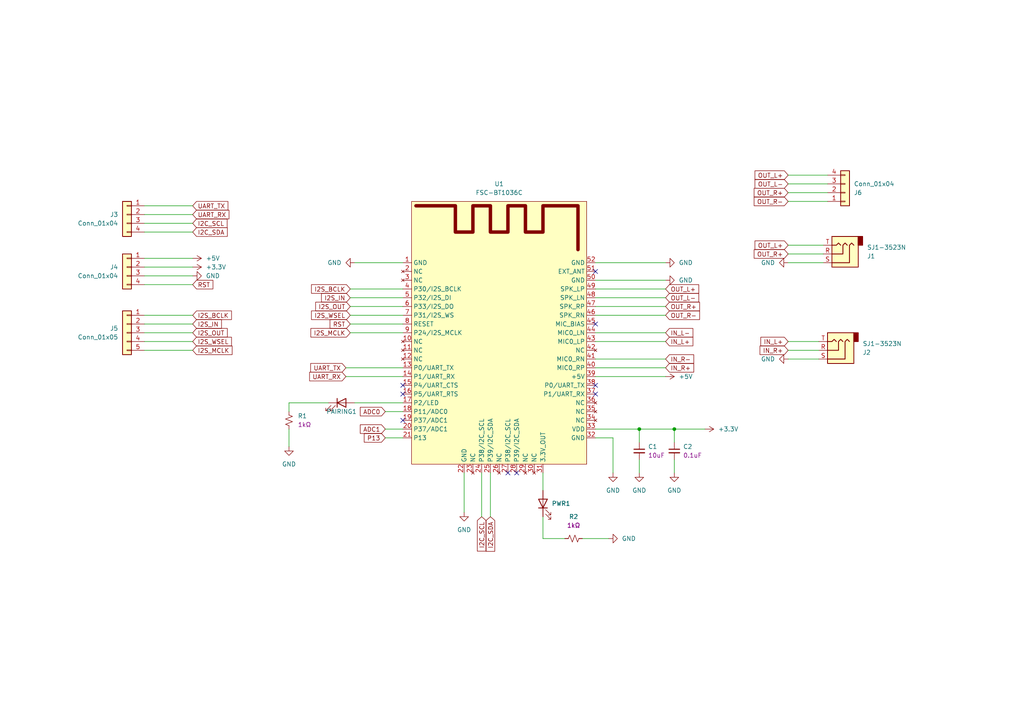
<source format=kicad_sch>
(kicad_sch (version 20230121) (generator eeschema)
  (paper "A4")
  (lib_symbols
    (symbol "Connector_Audio:AudioJack3"
      (property "Reference" "J" (at 0 8.89 0))
      (property "Value" "AudioJack3" (at 0 6.35 0))
      (symbol "AudioJack3_0_1"
        (rectangle (start -5.08 -5.08) (end -6.35 -2.54) (stroke (width 0.254)) (fill (type outline)))
        (polyline (pts (xy 0 -2.54) (xy 0.635 -3.175) (xy 1.27 -2.54) (xy 2.54 -2.54)) (stroke (width 0.254)))
        (polyline (pts (xy -1.905 -2.54) (xy -1.27 -3.175) (xy -0.635 -2.54) (xy -0.635 0) (xy 2.54 0)) (stroke (width 0.254)))
        (polyline (pts (xy 2.54 2.54) (xy -2.54 2.54) (xy -2.54 -2.54) (xy -3.175 -3.175) (xy -3.81 -2.54)) (stroke (width 0.254)))
        (rectangle (start 2.54 3.81) (end -5.08 -5.08) (stroke (width 0.254)) (fill (type background)))
      )
      (symbol "AudioJack3_1_1"
        (pin passive line (at 5.08 0 180) (length 2.54) (name "~") (number "R"))
        (pin passive line (at 5.08 2.54 180) (length 2.54) (name "~") (number "S"))
        (pin passive line (at 5.08 -2.54 180) (length 2.54) (name "~") (number "T"))
      )
    )
    (symbol "Connector_Generic:Conn_01x04" (pin_names (offset 1.016) hide)
      (property "Reference" "J" (at 0 5.08 0))
      (property "Value" "Conn_01x04" (at 0 -7.62 0))
      (symbol "Conn_01x04_1_1"
        (rectangle (start -1.27 -4.953) (end 0 -5.207) (stroke (width 0.1524)))
        (rectangle (start -1.27 -2.413) (end 0 -2.667) (stroke (width 0.1524)))
        (rectangle (start -1.27 0.127) (end 0 -0.127) (stroke (width 0.1524)))
        (rectangle (start -1.27 2.667) (end 0 2.413) (stroke (width 0.1524)))
        (rectangle (start -1.27 3.81) (end 1.27 -6.35) (stroke (width 0.254)) (fill (type background)))
        (pin passive line (at -5.08 2.54 0) (length 3.81) (name "Pin_1") (number "1"))
        (pin passive line (at -5.08 0 0) (length 3.81) (name "Pin_2") (number "2"))
        (pin passive line (at -5.08 -2.54 0) (length 3.81) (name "Pin_3") (number "3"))
        (pin passive line (at -5.08 -5.08 0) (length 3.81) (name "Pin_4") (number "4"))
      )
    )
    (symbol "Connector_Generic:Conn_01x05" (pin_names (offset 1.016) hide)
      (property "Reference" "J" (at 0 7.62 0))
      (property "Value" "Conn_01x05" (at 0 -7.62 0))
      (symbol "Conn_01x05_1_1"
        (rectangle (start -1.27 -4.953) (end 0 -5.207) (stroke (width 0.1524)))
        (rectangle (start -1.27 -2.413) (end 0 -2.667) (stroke (width 0.1524)))
        (rectangle (start -1.27 0.127) (end 0 -0.127) (stroke (width 0.1524)))
        (rectangle (start -1.27 2.667) (end 0 2.413) (stroke (width 0.1524)))
        (rectangle (start -1.27 5.207) (end 0 4.953) (stroke (width 0.1524)))
        (rectangle (start -1.27 6.35) (end 1.27 -6.35) (stroke (width 0.254)) (fill (type background)))
        (pin passive line (at -5.08 5.08 0) (length 3.81) (name "Pin_1") (number "1"))
        (pin passive line (at -5.08 2.54 0) (length 3.81) (name "Pin_2") (number "2"))
        (pin passive line (at -5.08 0 0) (length 3.81) (name "Pin_3") (number "3"))
        (pin passive line (at -5.08 -2.54 0) (length 3.81) (name "Pin_4") (number "4"))
        (pin passive line (at -5.08 -5.08 0) (length 3.81) (name "Pin_5") (number "5"))
      )
    )
    (symbol "downloaded_parts:CL21A106KOQNNNE" (pin_numbers hide) (pin_names (offset 0.254) hide)
      (property "Reference" "C" (at 2.794 1.778 0))
      (property "Capacitance" "10uF" (at 5.08 0 0))
      (symbol "CL21A106KOQNNNE_0_1"
        (polyline (pts (xy -1.524 -0.508) (xy 1.524 -0.508)) (stroke (width 0.3302)))
        (polyline (pts (xy -1.524 0.508) (xy 1.524 0.508)) (stroke (width 0.3048)))
      )
      (symbol "CL21A106KOQNNNE_1_1"
        (pin passive line (at 0 2.54 270) (length 2.032) (name "~") (number "1"))
        (pin passive line (at 0 -2.54 90) (length 2.032) (name "~") (number "2"))
      )
    )
    (symbol "downloaded_parts:CL21B104KBCNNNC" (pin_numbers hide) (pin_names (offset 0.254) hide)
      (property "Reference" "C" (at 2.794 1.778 0))
      (property "Capacitance" "0.1uF" (at 5.08 0 0))
      (symbol "CL21B104KBCNNNC_0_1"
        (polyline (pts (xy -1.524 -0.508) (xy 1.524 -0.508)) (stroke (width 0.3302)))
        (polyline (pts (xy -1.524 0.508) (xy 1.524 0.508)) (stroke (width 0.3048)))
      )
      (symbol "CL21B104KBCNNNC_1_1"
        (pin passive line (at 0 2.54 270) (length 2.032) (name "~") (number "1"))
        (pin passive line (at 0 -2.54 90) (length 2.032) (name "~") (number "2"))
      )
    )
    (symbol "downloaded_parts:FSC-BT1036C"
      (property "Reference" "U" (at -27.94 41.91 0))
      (property "Value" "FSC-BT1036C" (at -12.7 13.97 0))
      (symbol "FSC-BT1036C_1_1"
        (rectangle (start -24.13 41.91) (end 26.67 -34.29) (fill (type background)))
        (polyline (pts (xy -22.86 40.64) (xy -16.51 40.64) (xy -11.43 40.64) (xy -11.43 33.02) (xy -6.35 33.02) (xy -6.35 40.64) (xy -1.27 40.64) (xy -1.27 33.02) (xy 3.81 33.02) (xy 3.81 40.64) (xy 8.89 40.64) (xy 8.89 33.02) (xy 13.97 33.02) (xy 13.97 40.64) (xy 24.13 40.64) (xy 24.13 27.94)) (stroke (width 1)))
        (pin power_in line (at -26.67 24.13 0) (length 2.54) (name "GND") (number "1"))
        (pin no_connect line (at -26.67 1.27 0) (length 2.54) (name "NC") (number "10"))
        (pin no_connect line (at -26.67 -1.27 0) (length 2.54) (name "NC") (number "11"))
        (pin no_connect line (at -26.67 -3.81 0) (length 2.54) (name "NC") (number "12"))
        (pin output line (at -26.67 -6.35 0) (length 2.54) (name "P0/UART_TX") (number "13"))
        (pin input line (at -26.67 -8.89 0) (length 2.54) (name "P1/UART_RX") (number "14"))
        (pin input line (at -26.67 -11.43 0) (length 2.54) (name "P4/UART_CTS") (number "15"))
        (pin input line (at -26.67 -13.97 0) (length 2.54) (name "P5/UART_RTS") (number "16"))
        (pin output line (at -26.67 -16.51 0) (length 2.54) (name "P2/LED") (number "17"))
        (pin input line (at -26.67 -19.05 0) (length 2.54) (name "P11/ADC0") (number "18"))
        (pin input line (at -26.67 -21.59 0) (length 2.54) (name "P37/ADC1") (number "19"))
        (pin no_connect line (at -26.67 21.59 0) (length 2.54) (name "NC") (number "2"))
        (pin input line (at -26.67 -24.13 0) (length 2.54) (name "P37/ADC1") (number "20"))
        (pin input line (at -26.67 -26.67 0) (length 2.54) (name "P13") (number "21"))
        (pin power_in line (at -8.89 -36.83 90) (length 2.54) (name "GND") (number "22"))
        (pin no_connect line (at -6.35 -36.83 90) (length 2.54) (name "NC") (number "23"))
        (pin bidirectional line (at -3.81 -36.83 90) (length 2.54) (name "P38/I2C_SCL") (number "24"))
        (pin bidirectional line (at -1.27 -36.83 90) (length 2.54) (name "P39/I2C_SDA") (number "25"))
        (pin no_connect line (at 1.27 -36.83 90) (length 2.54) (name "NC") (number "26"))
        (pin bidirectional line (at 3.81 -36.83 90) (length 2.54) (name "P38/I2C_SCL") (number "27"))
        (pin bidirectional line (at 6.35 -36.83 90) (length 2.54) (name "P39/I2C_SDA") (number "28"))
        (pin no_connect line (at 8.89 -36.83 90) (length 2.54) (name "NC") (number "29"))
        (pin no_connect line (at -26.67 19.05 0) (length 2.54) (name "NC") (number "3"))
        (pin no_connect line (at 11.43 -36.83 90) (length 2.54) (name "NC") (number "30"))
        (pin power_out line (at 13.97 -36.83 90) (length 2.54) (name "3.3V_OUT") (number "31"))
        (pin power_in line (at 29.21 -26.67 180) (length 2.54) (name "GND") (number "32"))
        (pin power_in line (at 29.21 -24.13 180) (length 2.54) (name "VDD") (number "33"))
        (pin no_connect line (at 29.21 -21.59 180) (length 2.54) (name "NC") (number "34"))
        (pin no_connect line (at 29.21 -19.05 180) (length 2.54) (name "NC") (number "35"))
        (pin no_connect line (at 29.21 -16.51 180) (length 2.54) (name "NC") (number "36"))
        (pin input line (at 29.21 -13.97 180) (length 2.54) (name "P1/UART_RX") (number "37"))
        (pin output line (at 29.21 -11.43 180) (length 2.54) (name "P0/UART_TX") (number "38"))
        (pin power_in line (at 29.21 -8.89 180) (length 2.54) (name "+5V") (number "39"))
        (pin bidirectional line (at -26.67 16.51 0) (length 2.54) (name "P30/I2S_BCLK") (number "4"))
        (pin input line (at 29.21 -6.35 180) (length 2.54) (name "MIC0_RP") (number "40"))
        (pin input line (at 29.21 -3.81 180) (length 2.54) (name "MIC0_RN") (number "41"))
        (pin no_connect line (at 29.21 -1.27 180) (length 2.54) (name "NC") (number "42"))
        (pin input line (at 29.21 1.27 180) (length 2.54) (name "MIC0_LP") (number "43"))
        (pin input line (at 29.21 3.81 180) (length 2.54) (name "MIC0_LN") (number "44"))
        (pin input line (at 29.21 6.35 180) (length 2.54) (name "MIC_BIAS") (number "45"))
        (pin output line (at 29.21 8.89 180) (length 2.54) (name "SPK_RN") (number "46"))
        (pin output line (at 29.21 11.43 180) (length 2.54) (name "SPK_RP") (number "47"))
        (pin output line (at 29.21 13.97 180) (length 2.54) (name "SPK_LN") (number "48"))
        (pin output line (at 29.21 16.51 180) (length 2.54) (name "SPK_LP") (number "49"))
        (pin input line (at -26.67 13.97 0) (length 2.54) (name "P32/I2S_DI") (number "5"))
        (pin power_in line (at 29.21 19.05 180) (length 2.54) (name "GND") (number "50"))
        (pin input line (at 29.21 21.59 180) (length 2.54) (name "EXT_ANT") (number "51"))
        (pin power_in line (at 29.21 24.13 180) (length 2.54) (name "GND") (number "52"))
        (pin output line (at -26.67 11.43 0) (length 2.54) (name "P33/I2S_DO") (number "6"))
        (pin bidirectional line (at -26.67 8.89 0) (length 2.54) (name "P31/I2S_WS") (number "7"))
        (pin input line (at -26.67 6.35 0) (length 2.54) (name "RESET") (number "8"))
        (pin input line (at -26.67 3.81 0) (length 2.54) (name "P24/I2S_MCLK") (number "9"))
      )
    )
    (symbol "downloaded_parts:QBLP615-IB" (pin_numbers hide) (pin_names (offset 1.016) hide)
      (property "Reference" "D" (at 0 2.54 0))
      (symbol "QBLP615-IB_0_1"
        (polyline (pts (xy -1.27 -1.27) (xy -1.27 1.27)) (stroke (width 0.254)))
        (polyline (pts (xy -1.27 0) (xy 1.27 0)))
        (polyline (pts (xy 1.27 -1.27) (xy 1.27 1.27) (xy -1.27 0) (xy 1.27 -1.27)) (stroke (width 0.254)))
        (polyline (pts (xy -3.048 -0.762) (xy -4.572 -2.286) (xy -3.81 -2.286) (xy -4.572 -2.286) (xy -4.572 -1.524)))
        (polyline (pts (xy -1.778 -0.762) (xy -3.302 -2.286) (xy -2.54 -2.286) (xy -3.302 -2.286) (xy -3.302 -1.524)))
      )
      (symbol "QBLP615-IB_1_1"
        (pin passive line (at -3.81 0 0) (length 2.54) (name "K") (number "1"))
        (pin passive line (at 3.81 0 180) (length 2.54) (name "A") (number "2"))
      )
    )
    (symbol "downloaded_parts:QBLP615-R" (pin_numbers hide) (pin_names (offset 1.016) hide)
      (property "Reference" "D" (at 0 2.54 0))
      (symbol "QBLP615-R_0_1"
        (polyline (pts (xy -1.27 -1.27) (xy -1.27 1.27)) (stroke (width 0.254)))
        (polyline (pts (xy -1.27 0) (xy 1.27 0)))
        (polyline (pts (xy 1.27 -1.27) (xy 1.27 1.27) (xy -1.27 0) (xy 1.27 -1.27)) (stroke (width 0.254)))
        (polyline (pts (xy -3.048 -0.762) (xy -4.572 -2.286) (xy -3.81 -2.286) (xy -4.572 -2.286) (xy -4.572 -1.524)))
        (polyline (pts (xy -1.778 -0.762) (xy -3.302 -2.286) (xy -2.54 -2.286) (xy -3.302 -2.286) (xy -3.302 -1.524)))
      )
      (symbol "QBLP615-R_1_1"
        (pin passive line (at -3.81 0 0) (length 2.54) (name "K") (number "1"))
        (pin passive line (at 3.81 0 180) (length 2.54) (name "A") (number "2"))
      )
    )
    (symbol "downloaded_parts:RNCP0805FTD1K00" (pin_numbers hide) (pin_names (offset 0.254) hide)
      (property "Reference" "R" (at 1.27 0.508 0))
      (property "Resistance" "1kΩ" (at 5.588 0.508 0))
      (symbol "RNCP0805FTD1K00_1_1"
        (polyline (pts (xy 0 0) (xy 1.016 -0.381) (xy 0 -0.762) (xy -1.016 -1.143) (xy 0 -1.524)))
        (polyline (pts (xy 0 1.524) (xy 1.016 1.143) (xy 0 0.762) (xy -1.016 0.381) (xy 0 0)))
        (pin passive line (at 0 2.54 270) (length 1.016) (name "~") (number "1"))
        (pin passive line (at 0 -2.54 90) (length 1.016) (name "~") (number "2"))
      )
    )
    (symbol "power:+3.3V" (power) (pin_names (offset 0))
      (property "Value" "+3.3V" (at 0 3.556 0))
      (symbol "+3.3V_0_1"
        (polyline (pts (xy -0.762 1.27) (xy 0 2.54)))
        (polyline (pts (xy 0 0) (xy 0 2.54)))
        (polyline (pts (xy 0 2.54) (xy 0.762 1.27)))
      )
      (symbol "+3.3V_1_1"
        (pin power_in line (at 0 0 90) (length 0) hide (name "+3.3V") (number "1"))
      )
    )
    (symbol "power:+5V" (power) (pin_names (offset 0))
      (property "Value" "+5V" (at 0 3.556 0))
      (symbol "+5V_0_1"
        (polyline (pts (xy -0.762 1.27) (xy 0 2.54)))
        (polyline (pts (xy 0 0) (xy 0 2.54)))
        (polyline (pts (xy 0 2.54) (xy 0.762 1.27)))
      )
      (symbol "+5V_1_1"
        (pin power_in line (at 0 0 90) (length 0) hide (name "+5V") (number "1"))
      )
    )
    (symbol "power:GND" (power) (pin_names (offset 0))
      (property "Value" "GND" (at 0 -3.81 0))
      (symbol "GND_0_1"
        (polyline (pts (xy 0 0) (xy 0 -1.27) (xy 1.27 -1.27) (xy 0 -2.54) (xy -1.27 -1.27) (xy 0 -1.27)))
      )
      (symbol "GND_1_1"
        (pin power_in line (at 0 0 270) (length 0) hide (name "GND") (number "1"))
      )
    )
  )
  (junction (at 195.58 124.46))
  (junction (at 185.42 124.46))
  (no_connect (at 172.72 114.3))
  (no_connect (at 172.72 111.76))
  (no_connect (at 116.84 114.3))
  (no_connect (at 149.86 137.16))
  (no_connect (at 116.84 121.92))
  (no_connect (at 172.72 93.98))
  (no_connect (at 147.32 137.16))
  (no_connect (at 172.72 78.74))
  (no_connect (at 116.84 111.76))
  (wire (pts (xy 228.6 53.34) (xy 240.03 53.34)))
  (wire (pts (xy 172.72 91.44) (xy 193.04 91.44)))
  (wire (pts (xy 41.91 74.93) (xy 55.88 74.93)))
  (wire (pts (xy 172.72 124.46) (xy 185.42 124.46)))
  (wire (pts (xy 41.91 64.77) (xy 55.88 64.77)))
  (wire (pts (xy 41.91 62.23) (xy 55.88 62.23)))
  (wire (pts (xy 172.72 104.14) (xy 193.04 104.14)))
  (wire (pts (xy 228.6 58.42) (xy 240.03 58.42)))
  (wire (pts (xy 101.6 83.82) (xy 116.84 83.82)))
  (wire (pts (xy 83.82 124.46) (xy 83.82 129.54)))
  (wire (pts (xy 228.6 73.66) (xy 238.76 73.66)))
  (wire (pts (xy 228.6 99.06) (xy 237.49 99.06)))
  (wire (pts (xy 172.72 106.68) (xy 193.04 106.68)))
  (wire (pts (xy 101.6 91.44) (xy 116.84 91.44)))
  (wire (pts (xy 168.91 156.21) (xy 176.53 156.21)))
  (wire (pts (xy 185.42 133.35) (xy 185.42 137.16)))
  (wire (pts (xy 172.72 99.06) (xy 193.04 99.06)))
  (wire (pts (xy 172.72 81.28) (xy 193.04 81.28)))
  (wire (pts (xy 195.58 124.46) (xy 204.47 124.46)))
  (wire (pts (xy 111.76 127) (xy 116.84 127)))
  (wire (pts (xy 134.62 137.16) (xy 134.62 148.59)))
  (wire (pts (xy 172.72 86.36) (xy 193.04 86.36)))
  (wire (pts (xy 41.91 96.52) (xy 55.88 96.52)))
  (wire (pts (xy 185.42 124.46) (xy 185.42 128.27)))
  (wire (pts (xy 41.91 82.55) (xy 55.88 82.55)))
  (wire (pts (xy 228.6 76.2) (xy 238.76 76.2)))
  (wire (pts (xy 172.72 109.22) (xy 193.04 109.22)))
  (wire (pts (xy 41.91 93.98) (xy 55.88 93.98)))
  (wire (pts (xy 142.24 137.16) (xy 142.24 149.86)))
  (wire (pts (xy 177.8 137.16) (xy 177.8 127)))
  (wire (pts (xy 172.72 76.2) (xy 193.04 76.2)))
  (wire (pts (xy 111.76 124.46) (xy 116.84 124.46)))
  (wire (pts (xy 101.6 86.36) (xy 116.84 86.36)))
  (wire (pts (xy 41.91 99.06) (xy 55.88 99.06)))
  (wire (pts (xy 157.48 156.21) (xy 163.83 156.21)))
  (wire (pts (xy 101.6 88.9) (xy 116.84 88.9)))
  (wire (pts (xy 228.6 71.12) (xy 238.76 71.12)))
  (wire (pts (xy 177.8 127) (xy 172.72 127)))
  (wire (pts (xy 41.91 91.44) (xy 55.88 91.44)))
  (wire (pts (xy 41.91 80.01) (xy 55.88 80.01)))
  (wire (pts (xy 41.91 59.69) (xy 55.88 59.69)))
  (wire (pts (xy 228.6 50.8) (xy 240.03 50.8)))
  (wire (pts (xy 102.87 116.84) (xy 116.84 116.84)))
  (wire (pts (xy 95.25 116.84) (xy 83.82 116.84)))
  (wire (pts (xy 139.7 137.16) (xy 139.7 149.86)))
  (wire (pts (xy 195.58 133.35) (xy 195.58 137.16)))
  (wire (pts (xy 41.91 101.6) (xy 55.88 101.6)))
  (wire (pts (xy 157.48 137.16) (xy 157.48 142.24)))
  (wire (pts (xy 101.6 93.98) (xy 116.84 93.98)))
  (wire (pts (xy 41.91 67.31) (xy 55.88 67.31)))
  (wire (pts (xy 100.33 109.22) (xy 116.84 109.22)))
  (wire (pts (xy 100.33 106.68) (xy 116.84 106.68)))
  (wire (pts (xy 102.87 76.2) (xy 116.84 76.2)))
  (wire (pts (xy 185.42 124.46) (xy 195.58 124.46)))
  (wire (pts (xy 172.72 83.82) (xy 193.04 83.82)))
  (wire (pts (xy 111.76 119.38) (xy 116.84 119.38)))
  (wire (pts (xy 228.6 101.6) (xy 237.49 101.6)))
  (wire (pts (xy 195.58 124.46) (xy 195.58 128.27)))
  (wire (pts (xy 172.72 88.9) (xy 193.04 88.9)))
  (wire (pts (xy 101.6 96.52) (xy 116.84 96.52)))
  (wire (pts (xy 41.91 77.47) (xy 55.88 77.47)))
  (wire (pts (xy 228.6 55.88) (xy 240.03 55.88)))
  (wire (pts (xy 157.48 149.86) (xy 157.48 156.21)))
  (wire (pts (xy 172.72 96.52) (xy 193.04 96.52)))
  (wire (pts (xy 228.6 104.14) (xy 237.49 104.14)))
  (wire (pts (xy 83.82 116.84) (xy 83.82 119.38)))
  (global_label "ADC1" (shape input) (at 111.76 124.46 180) (property "Intersheetrefs" "${INTERSHEET_REFS}" (effects hide)))
  (global_label "OUT_R-" (shape input) (at 228.6 58.42 180) (property "Intersheetrefs" "${INTERSHEET_REFS}" (effects hide)))
  (global_label "RST" (shape input) (at 101.6 93.98 180) (property "Intersheetrefs" "${INTERSHEET_REFS}" (effects hide)))
  (global_label "I2S_MCLK" (shape input) (at 55.88 101.6 0) (property "Intersheetrefs" "${INTERSHEET_REFS}" (effects hide)))
  (global_label "I2S_WSEL" (shape input) (at 101.6 91.44 180) (property "Intersheetrefs" "${INTERSHEET_REFS}" (effects hide)))
  (global_label "RST" (shape input) (at 55.88 82.55 0) (property "Intersheetrefs" "${INTERSHEET_REFS}" (effects hide)))
  (global_label "UART_TX" (shape input) (at 100.33 106.68 180) (property "Intersheetrefs" "${INTERSHEET_REFS}" (effects hide)))
  (global_label "UART_RX" (shape input) (at 100.33 109.22 180) (property "Intersheetrefs" "${INTERSHEET_REFS}" (effects hide)))
  (global_label "OUT_R+" (shape input) (at 228.6 55.88 180) (property "Intersheetrefs" "${INTERSHEET_REFS}" (effects hide)))
  (global_label "IN_R+" (shape input) (at 193.04 106.68 0) (property "Intersheetrefs" "${INTERSHEET_REFS}" (effects hide)))
  (global_label "OUT_L+" (shape input) (at 193.04 83.82 0) (property "Intersheetrefs" "${INTERSHEET_REFS}" (effects hide)))
  (global_label "I2S_OUT" (shape input) (at 55.88 96.52 0) (property "Intersheetrefs" "${INTERSHEET_REFS}" (effects hide)))
  (global_label "ADC0" (shape input) (at 111.76 119.38 180) (property "Intersheetrefs" "${INTERSHEET_REFS}" (effects hide)))
  (global_label "IN_L+" (shape input) (at 228.6 99.06 180) (property "Intersheetrefs" "${INTERSHEET_REFS}" (effects hide)))
  (global_label "OUT_R+" (shape input) (at 228.6 73.66 180) (property "Intersheetrefs" "${INTERSHEET_REFS}" (effects hide)))
  (global_label "OUT_L+" (shape input) (at 228.6 50.8 180) (property "Intersheetrefs" "${INTERSHEET_REFS}" (effects hide)))
  (global_label "I2S_BCLK" (shape input) (at 55.88 91.44 0) (property "Intersheetrefs" "${INTERSHEET_REFS}" (effects hide)))
  (global_label "I2S_MCLK" (shape input) (at 101.6 96.52 180) (property "Intersheetrefs" "${INTERSHEET_REFS}" (effects hide)))
  (global_label "IN_L+" (shape input) (at 193.04 99.06 0) (property "Intersheetrefs" "${INTERSHEET_REFS}" (effects hide)))
  (global_label "IN_R-" (shape input) (at 193.04 104.14 0) (property "Intersheetrefs" "${INTERSHEET_REFS}" (effects hide)))
  (global_label "I2S_WSEL" (shape input) (at 55.88 99.06 0) (property "Intersheetrefs" "${INTERSHEET_REFS}" (effects hide)))
  (global_label "I2S_IN" (shape input) (at 101.6 86.36 180) (property "Intersheetrefs" "${INTERSHEET_REFS}" (effects hide)))
  (global_label "P13" (shape input) (at 111.76 127 180) (property "Intersheetrefs" "${INTERSHEET_REFS}" (effects hide)))
  (global_label "I2C_SDA" (shape input) (at 55.88 67.31 0) (property "Intersheetrefs" "${INTERSHEET_REFS}" (effects hide)))
  (global_label "OUT_R+" (shape input) (at 193.04 88.9 0) (property "Intersheetrefs" "${INTERSHEET_REFS}" (effects hide)))
  (global_label "IN_L-" (shape input) (at 193.04 96.52 0) (property "Intersheetrefs" "${INTERSHEET_REFS}" (effects hide)))
  (global_label "I2C_SCL" (shape input) (at 55.88 64.77 0) (property "Intersheetrefs" "${INTERSHEET_REFS}" (effects hide)))
  (global_label "UART_TX" (shape input) (at 55.88 59.69 0) (property "Intersheetrefs" "${INTERSHEET_REFS}" (effects hide)))
  (global_label "I2C_SDA" (shape input) (at 142.24 149.86 270) (property "Intersheetrefs" "${INTERSHEET_REFS}" (effects hide)))
  (global_label "I2C_SCL" (shape input) (at 139.7 149.86 270) (property "Intersheetrefs" "${INTERSHEET_REFS}" (effects hide)))
  (global_label "OUT_R-" (shape input) (at 193.04 91.44 0) (property "Intersheetrefs" "${INTERSHEET_REFS}" (effects hide)))
  (global_label "OUT_L-" (shape input) (at 193.04 86.36 0) (property "Intersheetrefs" "${INTERSHEET_REFS}" (effects hide)))
  (global_label "I2S_IN" (shape input) (at 55.88 93.98 0) (property "Intersheetrefs" "${INTERSHEET_REFS}" (effects hide)))
  (global_label "I2S_OUT" (shape input) (at 101.6 88.9 180) (property "Intersheetrefs" "${INTERSHEET_REFS}" (effects hide)))
  (global_label "OUT_L-" (shape input) (at 228.6 53.34 180) (property "Intersheetrefs" "${INTERSHEET_REFS}" (effects hide)))
  (global_label "I2S_BCLK" (shape input) (at 101.6 83.82 180) (property "Intersheetrefs" "${INTERSHEET_REFS}" (effects hide)))
  (global_label "OUT_L+" (shape input) (at 228.6 71.12 180) (property "Intersheetrefs" "${INTERSHEET_REFS}" (effects hide)))
  (global_label "IN_R+" (shape input) (at 228.6 101.6 180) (property "Intersheetrefs" "${INTERSHEET_REFS}" (effects hide)))
  (global_label "UART_RX" (shape input) (at 55.88 62.23 0) (property "Intersheetrefs" "${INTERSHEET_REFS}" (effects hide)))
  (symbol (lib_id "Connector_Audio:AudioJack3") (at 242.57 101.6 180) (unit 1)
    (property "Reference" "J2" (at 250.19 102.235 0) (effects (justify right)))
    (property "Value" "SJ1-3523N" (at 250.19 99.695 0) (effects (justify right)))
    (property "Footprint" "dowloaded_parts:Jack_3.5mm_CUI_SJ1-3523N_Horizontal" (effects hide))
  )
  (symbol (lib_id "Connector_Audio:AudioJack3") (at 243.84 73.66 180) (unit 1)
    (property "Reference" "J1" (at 251.46 74.295 0) (effects (justify right)))
    (property "Value" "SJ1-3523N" (at 251.46 71.755 0) (effects (justify right)))
    (property "Footprint" "dowloaded_parts:Jack_3.5mm_CUI_SJ1-3523N_Horizontal" (effects hide))
  )
  (symbol (lib_id "downloaded_parts:CL21B104KBCNNNC") (at 195.58 130.81 0) (unit 1)
    (property "Reference" "C2" (at 198.12 129.5463 0) (effects (justify left)))
    (property "Value" "CL21B104KBCNNNC" (effects hide))
    (property "Footprint" "dowloaded_parts:0805_cap" (effects hide))
    (property "Datasheet" "https://media.digikey.com/pdf/Data%20Sheets/Samsung%20PDFs/CL21B104KBCNNN_Spec.pdf" (effects hide))
    (property "Capacitance" "0.1uF" (at 198.12 132.0863 0) (effects (justify left)))
    (property "Tolerance" "10%" (effects hide))
    (property "Voltage" "50v" (effects hide))
  )
  (symbol (lib_id "power:GND") (at 228.6 76.2 270) (unit 1)
    (property "Reference" "#PWR012" (effects hide))
    (property "Value" "GND" (at 224.79 76.2 90) (effects (justify right)))
  )
  (symbol (lib_id "power:GND") (at 195.58 137.16 0) (unit 1)
    (property "Reference" "#PWR015" (effects hide))
    (property "Value" "GND" (at 195.58 142.24 0))
  )
  (symbol (lib_id "downloaded_parts:CL21A106KOQNNNE") (at 185.42 130.81 0) (unit 1)
    (property "Reference" "C1" (at 187.96 129.5463 0) (effects (justify left)))
    (property "Value" "CL21A106KOQNNNE" (effects hide))
    (property "Footprint" "dowloaded_parts:0805_cap" (effects hide))
    (property "Datasheet" "https://media.digikey.com/pdf/Data%20Sheets/Samsung%20PDFs/CL21A106KOQNNNE_Spec.pdf" (effects hide))
    (property "Capacitance" "10uF" (at 187.96 132.0863 0) (effects (justify left)))
    (property "Tolerance" "20%" (effects hide))
    (property "Voltage" "16v" (effects hide))
  )
  (symbol (lib_id "power:GND") (at 228.6 104.14 270) (unit 1)
    (property "Reference" "#PWR013" (effects hide))
    (property "Value" "GND" (at 224.79 104.14 90) (effects (justify right)))
  )
  (symbol (lib_id "downloaded_parts:RNCP0805FTD1K00") (at 166.37 156.21 90) (unit 1)
    (property "Reference" "R2" (at 166.37 149.86 90))
    (property "Value" "RNCP0805FTD1K00" (effects hide))
    (property "Footprint" "Resistor_SMD:R_0805_2012Metric_Pad1.20x1.40mm_HandSolder" (effects hide))
    (property "Datasheet" "https://www.seielect.com/Catalog/SEI-RNCP.pdf" (effects hide))
    (property "Resistance" "1kΩ" (at 166.37 152.4 90))
    (property "Store Page" "https://www.digikey.com/en/products/detail/stackpole-electronics-inc/RNCP0805FTD1K00/2240229" (effects hide))
  )
  (symbol (lib_id "power:GND") (at 193.04 81.28 90) (unit 1)
    (property "Reference" "#PWR08" (effects hide))
    (property "Value" "GND" (at 196.85 81.28 90) (effects (justify right)))
  )
  (symbol (lib_id "power:GND") (at 176.53 156.21 90) (unit 1)
    (property "Reference" "#PWR016" (effects hide))
    (property "Value" "GND" (at 180.34 156.21 90) (effects (justify right)))
  )
  (symbol (lib_id "downloaded_parts:RNCP0805FTD1K00") (at 83.82 121.92 180) (unit 1)
    (property "Reference" "R1" (at 86.36 120.65 0) (effects (justify right)))
    (property "Value" "RNCP0805FTD1K00" (effects hide))
    (property "Footprint" "Resistor_SMD:R_0805_2012Metric_Pad1.20x1.40mm_HandSolder" (effects hide))
    (property "Datasheet" "https://www.seielect.com/Catalog/SEI-RNCP.pdf" (effects hide))
    (property "Resistance" "1kΩ" (at 86.36 123.19 0) (effects (justify right)))
    (property "Store Page" "https://www.digikey.com/en/products/detail/stackpole-electronics-inc/RNCP0805FTD1K00/2240229" (effects hide))
  )
  (symbol (lib_id "Connector_Generic:Conn_01x05") (at 36.83 96.52 0) (mirror y) (unit 1)
    (property "Reference" "J5" (at 34.29 95.25 0) (effects (justify left)))
    (property "Value" "Conn_01x05" (at 34.29 97.79 0) (effects (justify left)))
    (property "Footprint" "Connector_PinHeader_2.54mm:PinHeader_1x05_P2.54mm_Vertical" (effects hide))
  )
  (symbol (lib_id "Connector_Generic:Conn_01x04") (at 245.11 55.88 0) (mirror x) (unit 1)
    (property "Reference" "J6" (at 247.65 55.88 0) (effects (justify left)))
    (property "Value" "Conn_01x04" (at 247.65 53.34 0) (effects (justify left)))
    (property "Footprint" "Connector_PinHeader_2.54mm:PinHeader_1x04_P2.54mm_Vertical" (effects hide))
  )
  (symbol (lib_id "downloaded_parts:FSC-BT1036C") (at 143.51 100.33 0) (unit 1)
    (property "Reference" "U1" (at 144.78 53.34 0))
    (property "Value" "FSC-BT1036C" (at 144.78 55.88 0))
    (property "Footprint" "dowloaded_parts:fsc-bt1036c" (effects hide))
    (property "Datasheet" "https://document.feasycom.com/docs/audio/BT1036_EN/latest/BT1036_programming_user_guide.html#introduction" (effects hide))
  )
  (symbol (lib_id "power:GND") (at 55.88 80.01 90) (unit 1)
    (property "Reference" "#PWR011" (effects hide))
    (property "Value" "GND" (at 59.69 80.01 90) (effects (justify right)))
  )
  (symbol (lib_id "power:GND") (at 177.8 137.16 0) (unit 1)
    (property "Reference" "#PWR03" (effects hide))
    (property "Value" "GND" (at 177.8 142.24 0))
  )
  (symbol (lib_id "power:GND") (at 185.42 137.16 0) (unit 1)
    (property "Reference" "#PWR014" (effects hide))
    (property "Value" "GND" (at 185.42 142.24 0))
  )
  (symbol (lib_id "power:+5V") (at 193.04 109.22 270) (unit 1)
    (property "Reference" "#PWR07" (effects hide))
    (property "Value" "+5V" (at 196.85 109.22 90) (effects (justify left)))
  )
  (symbol (lib_id "Connector_Generic:Conn_01x04") (at 36.83 62.23 0) (mirror y) (unit 1)
    (property "Reference" "J3" (at 34.29 62.23 0) (effects (justify left)))
    (property "Value" "Conn_01x04" (at 34.29 64.77 0) (effects (justify left)))
    (property "Footprint" "Connector_PinHeader_2.54mm:PinHeader_1x04_P2.54mm_Vertical" (effects hide))
  )
  (symbol (lib_id "power:+3.3V") (at 55.88 77.47 270) (unit 1)
    (property "Reference" "#PWR010" (effects hide))
    (property "Value" "+3.3V" (at 59.69 77.47 90) (effects (justify left)))
  )
  (symbol (lib_id "power:GND") (at 102.87 76.2 270) (unit 1)
    (property "Reference" "#PWR01" (effects hide))
    (property "Value" "GND" (at 99.06 76.2 90) (effects (justify right)))
  )
  (symbol (lib_id "power:+5V") (at 55.88 74.93 270) (unit 1)
    (property "Reference" "#PWR09" (effects hide))
    (property "Value" "+5V" (at 59.69 74.93 90) (effects (justify left)))
  )
  (symbol (lib_id "power:GND") (at 83.82 129.54 0) (unit 1)
    (property "Reference" "#PWR06" (effects hide))
    (property "Value" "GND" (at 83.82 134.62 0))
  )
  (symbol (lib_id "power:+3.3V") (at 204.47 124.46 270) (unit 1)
    (property "Reference" "#PWR05" (effects hide))
    (property "Value" "+3.3V" (at 208.28 124.46 90) (effects (justify left)))
  )
  (symbol (lib_id "Connector_Generic:Conn_01x04") (at 36.83 77.47 0) (mirror y) (unit 1)
    (property "Reference" "J4" (at 34.29 77.47 0) (effects (justify left)))
    (property "Value" "Conn_01x04" (at 34.29 80.01 0) (effects (justify left)))
    (property "Footprint" "Connector_PinHeader_2.54mm:PinHeader_1x04_P2.54mm_Vertical" (effects hide))
  )
  (symbol (lib_id "downloaded_parts:QBLP615-IB") (at 99.06 116.84 0) (unit 1)
    (property "Reference" "PAIRING1" (at 99.06 119.38 0))
    (property "Value" "QBLP615-IB" (effects hide))
    (property "Footprint" "LED_SMD:LED_1206_3216Metric_Pad1.42x1.75mm_HandSolder" (effects hide))
    (property "Datasheet" "https://www.qt-brightek.com/datasheet/QBLP615_series.pdf" (effects hide))
    (property "Current" "20mA" (effects hide))
  )
  (symbol (lib_id "power:GND") (at 134.62 148.59 0) (unit 1)
    (property "Reference" "#PWR04" (effects hide))
    (property "Value" "GND" (at 134.62 153.67 0))
  )
  (symbol (lib_id "downloaded_parts:QBLP615-R") (at 157.48 146.05 90) (unit 1)
    (property "Reference" "PWR1" (at 160.02 146.05 90) (effects (justify right)))
    (property "Value" "QBLP615-R" (effects hide))
    (property "Footprint" "LED_SMD:LED_1206_3216Metric_Pad1.42x1.75mm_HandSolder" (effects hide))
    (property "Datasheet" "https://www.qt-brightek.com/datasheet/QBLP615_series.pdf" (effects hide))
    (property "Current" "20mA" (effects hide))
  )
  (symbol (lib_id "power:GND") (at 193.04 76.2 90) (unit 1)
    (property "Reference" "#PWR02" (effects hide))
    (property "Value" "GND" (at 196.85 76.2 90) (effects (justify right)))
  )
)
</source>
